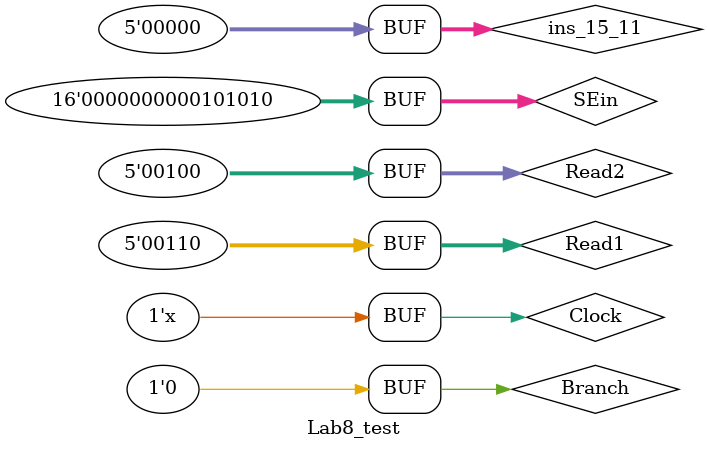
<source format=v>
`timescale 1ns / 1ps
module Lab8_test;

	// Inputs
	reg Clock;
	reg Branch;
	reg [4:0] Read1;
	reg [4:0] Read2;
	reg [15:0] SEin;
	reg [4:0] ins_15_11;

	// Outputs
	wire Zero;

	// Instantiate the Unit Under Test (UUT)
	Lab8 uut (
		.Clock(Clock), 
		.Branch(Branch), 
		.Read1(Read1), 
		.Read2(Read2), 
		.SEin(SEin), 
		.ins_15_11(ins_15_11), 
		.Zero(Zero)
	);
	
	always #50 Clock = ~Clock;
	
	initial begin
		// Initialize Inputs
		Clock = 0;
		Branch = 0;
		Read1 = 0;
		Read2 = 0;
		SEin = 0;
		ins_15_11 = 0;

		// Wait 100 ns for global reset to finish
		#100;
        
		// Add stimulus here
		
		//ALUSrc = 1;
		
		#50;
		//MemRead = 1; MemWrite = 0;
		Read2 = 5;
		
		//MemWrite = 1;
		
		#50;
		//MemtoReg = 1;
		
		//#50;
		//RegDst = 0;
		
		#50;
		SEin = 16'h0014;
		//ALUSrc = 1;
		
		#50;
		Clock = 1;
		
		#50;
		//ALUOp = 2;
		SEin = 32;
		
		#50;
		SEin = 34;
		
		#50;
		SEin = 36;
		
		#50;
		SEin = 37;
		
		#50;
		SEin = 42;
		
		#100;
		Read1 = 1;
		Read2 = 2;
		
		#100;
		Read1 = 3;
		Read2 = 4;
		
		#100;
		Read1 = 6;
		
		#100;
		
	end
      
endmodule


</source>
